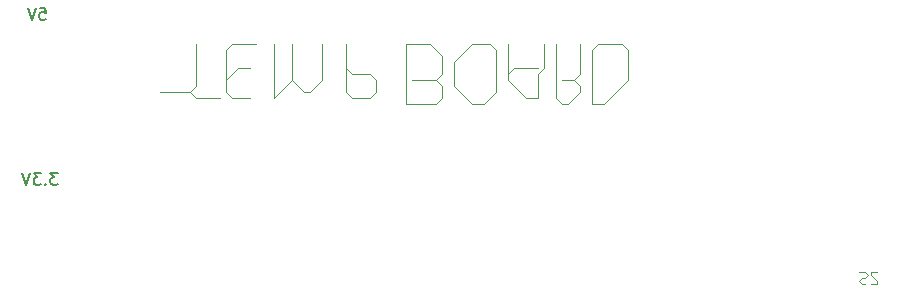
<source format=gbr>
G04 #@! TF.GenerationSoftware,KiCad,Pcbnew,5.1.2-f72e74a~84~ubuntu18.04.1*
G04 #@! TF.CreationDate,2019-06-04T17:18:25-04:00*
G04 #@! TF.ProjectId,temperature board,74656d70-6572-4617-9475-726520626f61,v01*
G04 #@! TF.SameCoordinates,Original*
G04 #@! TF.FileFunction,Legend,Bot*
G04 #@! TF.FilePolarity,Positive*
%FSLAX46Y46*%
G04 Gerber Fmt 4.6, Leading zero omitted, Abs format (unit mm)*
G04 Created by KiCad (PCBNEW 5.1.2-f72e74a~84~ubuntu18.04.1) date 2019-06-04 17:18:25*
%MOMM*%
%LPD*%
G04 APERTURE LIST*
%ADD10C,0.150000*%
%ADD11C,0.120000*%
G04 APERTURE END LIST*
D10*
X82502190Y-79462380D02*
X81883142Y-79462380D01*
X82216476Y-79843333D01*
X82073619Y-79843333D01*
X81978380Y-79890952D01*
X81930761Y-79938571D01*
X81883142Y-80033809D01*
X81883142Y-80271904D01*
X81930761Y-80367142D01*
X81978380Y-80414761D01*
X82073619Y-80462380D01*
X82359333Y-80462380D01*
X82454571Y-80414761D01*
X82502190Y-80367142D01*
X81454571Y-80367142D02*
X81406952Y-80414761D01*
X81454571Y-80462380D01*
X81502190Y-80414761D01*
X81454571Y-80367142D01*
X81454571Y-80462380D01*
X81073619Y-79462380D02*
X80454571Y-79462380D01*
X80787904Y-79843333D01*
X80645047Y-79843333D01*
X80549809Y-79890952D01*
X80502190Y-79938571D01*
X80454571Y-80033809D01*
X80454571Y-80271904D01*
X80502190Y-80367142D01*
X80549809Y-80414761D01*
X80645047Y-80462380D01*
X80930761Y-80462380D01*
X81026000Y-80414761D01*
X81073619Y-80367142D01*
X80168857Y-79462380D02*
X79835523Y-80462380D01*
X79502190Y-79462380D01*
X80962476Y-65492380D02*
X81438666Y-65492380D01*
X81486285Y-65968571D01*
X81438666Y-65920952D01*
X81343428Y-65873333D01*
X81105333Y-65873333D01*
X81010095Y-65920952D01*
X80962476Y-65968571D01*
X80914857Y-66063809D01*
X80914857Y-66301904D01*
X80962476Y-66397142D01*
X81010095Y-66444761D01*
X81105333Y-66492380D01*
X81343428Y-66492380D01*
X81438666Y-66444761D01*
X81486285Y-66397142D01*
X80629142Y-65492380D02*
X80295809Y-66492380D01*
X79962476Y-65492380D01*
D11*
X150368000Y-87884000D02*
X150622000Y-87884000D01*
X151384000Y-87884000D02*
X151892000Y-87884000D01*
X151384000Y-88138000D02*
X151384000Y-87884000D01*
X151892000Y-88646000D02*
X151384000Y-88138000D01*
X151892000Y-88900000D02*
X151892000Y-88646000D01*
X151384000Y-88900000D02*
X151892000Y-88900000D01*
X150876000Y-87884000D02*
X150622000Y-87884000D01*
X151130000Y-88138000D02*
X150876000Y-87884000D01*
X150876000Y-88392000D02*
X151130000Y-88138000D01*
X150622000Y-88392000D02*
X150876000Y-88392000D01*
X150368000Y-88646000D02*
X150622000Y-88392000D01*
X150622000Y-88900000D02*
X150368000Y-88646000D01*
X150876000Y-88900000D02*
X150622000Y-88900000D01*
X115062000Y-71120000D02*
X114554000Y-71628000D01*
X118618000Y-73660000D02*
X117602000Y-73660000D01*
X115062000Y-73152000D02*
X115062000Y-72136000D01*
X96774000Y-72644000D02*
X96774000Y-71628000D01*
X119126000Y-68580000D02*
X119634000Y-69088000D01*
X112014000Y-68580000D02*
X112014000Y-73660000D01*
X112014000Y-68580000D02*
X114046000Y-68580000D01*
X130810000Y-71628000D02*
X128778000Y-73660000D01*
X112014000Y-73660000D02*
X114554000Y-73660000D01*
X114554000Y-73660000D02*
X115062000Y-73152000D01*
X126746000Y-68580000D02*
X126746000Y-71120000D01*
X100838000Y-73152000D02*
X102362000Y-71628000D01*
X98806000Y-73152000D02*
X97282000Y-73152000D01*
X97790000Y-70612000D02*
X98806000Y-70612000D01*
X125222000Y-73660000D02*
X124714000Y-73152000D01*
X123190000Y-71120000D02*
X123190000Y-73152000D01*
X94234000Y-72136000D02*
X94234000Y-68580000D01*
X122174000Y-73152000D02*
X120650000Y-71628000D01*
X126238000Y-71628000D02*
X126746000Y-72136000D01*
X121158000Y-70612000D02*
X123190000Y-70612000D01*
X107442000Y-71120000D02*
X106934000Y-70612000D01*
X109474000Y-72644000D02*
X109474000Y-71628000D01*
X123698000Y-68580000D02*
X123698000Y-70612000D01*
X115062000Y-69596000D02*
X115062000Y-71120000D01*
X127762000Y-69088000D02*
X128270000Y-68580000D01*
X128778000Y-73660000D02*
X127762000Y-73660000D01*
X117602000Y-68580000D02*
X119126000Y-68580000D01*
X125730000Y-73660000D02*
X125222000Y-73660000D01*
X127762000Y-73660000D02*
X127762000Y-69088000D01*
X116078000Y-72136000D02*
X116078000Y-70104000D01*
X104902000Y-71628000D02*
X104902000Y-68580000D01*
X128270000Y-68580000D02*
X128778000Y-68580000D01*
X96774000Y-69596000D02*
X96774000Y-71628000D01*
X114554000Y-71628000D02*
X112522000Y-71628000D01*
X126238000Y-71628000D02*
X125222000Y-71628000D01*
X123698000Y-70612000D02*
X123190000Y-71120000D01*
X117602000Y-73660000D02*
X116078000Y-72136000D01*
X108966000Y-73152000D02*
X109474000Y-72644000D01*
X128778000Y-68580000D02*
X130302000Y-68580000D01*
X115062000Y-72136000D02*
X114554000Y-71628000D01*
X93726000Y-72644000D02*
X94234000Y-73152000D01*
X97282000Y-73152000D02*
X96774000Y-72644000D01*
X114046000Y-68580000D02*
X115062000Y-69596000D01*
X96774000Y-69596000D02*
X96774000Y-69088000D01*
X119634000Y-69088000D02*
X119634000Y-72644000D01*
X100838000Y-68580000D02*
X100838000Y-73152000D01*
X97282000Y-68580000D02*
X99314000Y-68580000D01*
X106934000Y-68580000D02*
X106934000Y-72644000D01*
X130302000Y-68580000D02*
X130810000Y-69088000D01*
X108966000Y-71120000D02*
X107442000Y-71120000D01*
X126746000Y-72644000D02*
X125730000Y-73660000D01*
X124714000Y-73152000D02*
X124714000Y-68580000D01*
X96774000Y-71628000D02*
X97790000Y-70612000D01*
X94234000Y-73152000D02*
X96266000Y-73152000D01*
X126746000Y-71120000D02*
X126238000Y-71628000D01*
X123190000Y-73152000D02*
X122174000Y-73152000D01*
X106934000Y-72644000D02*
X107442000Y-73152000D01*
X119634000Y-72644000D02*
X118618000Y-73660000D01*
X126746000Y-72136000D02*
X126746000Y-72644000D01*
X102362000Y-68580000D02*
X102362000Y-71628000D01*
X91186000Y-72644000D02*
X93726000Y-72644000D01*
X102362000Y-71628000D02*
X103378000Y-72644000D01*
X96774000Y-69088000D02*
X97282000Y-68580000D01*
X109474000Y-71628000D02*
X108966000Y-71120000D01*
X130810000Y-69088000D02*
X130810000Y-71628000D01*
X120650000Y-71628000D02*
X120650000Y-68580000D01*
X120650000Y-71120000D02*
X121158000Y-70612000D01*
X93726000Y-72644000D02*
X94234000Y-72136000D01*
X107442000Y-73152000D02*
X108966000Y-73152000D01*
X116078000Y-70104000D02*
X117602000Y-68580000D01*
X103378000Y-72644000D02*
X103886000Y-72644000D01*
X103886000Y-72644000D02*
X104902000Y-71628000D01*
M02*

</source>
